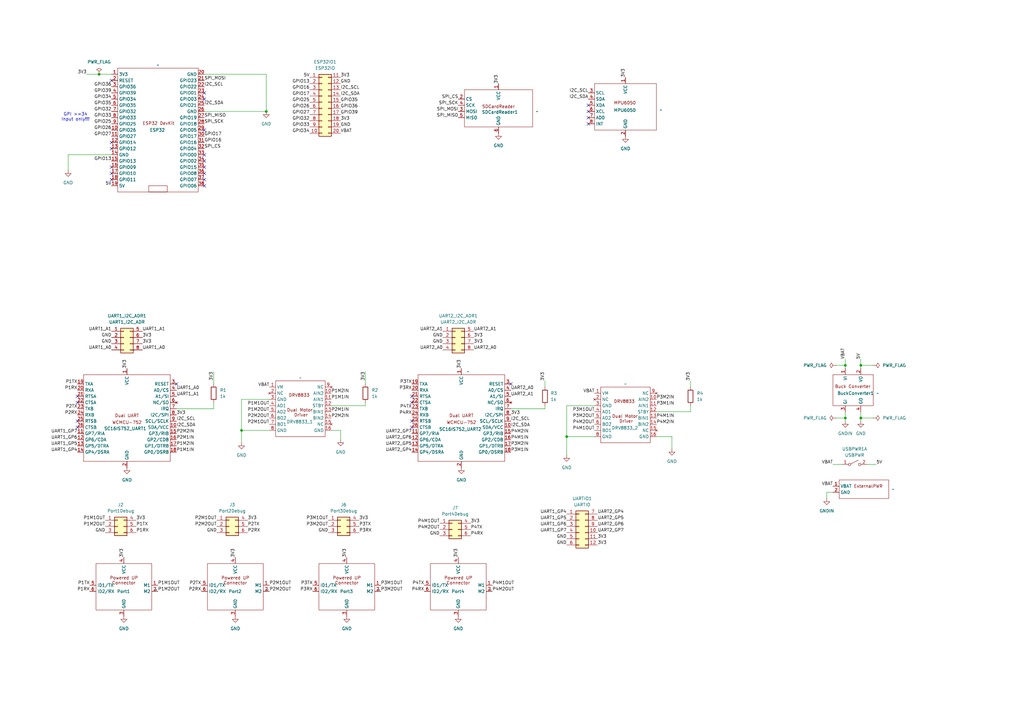
<source format=kicad_sch>
(kicad_sch (version 20250114) (generator "eeschema") (generator_version "9.0")
  (paper "A3")
  (title_block (title "ESP32 Lego") (rev "1.0") (company "Mirko Sertic"))
  (lib_symbols
    (symbol "Connector_Generic:Conn_02x03_Top_Bottom" (pin_names (offset 1.016) (hide yes))
      (property "Reference" "J" (at 1.27 5.08 0))
      (property "Value" "Conn_02x03_Top_Bottom" (at 1.27 -5.08 0))
      (symbol "Conn_02x03_Top_Bottom_1_1"
        (rectangle (start -1.27 3.81) (end 3.81 -3.81) (stroke (width 0.254)) (fill (type background)))
        (rectangle (start -1.27 2.667) (end 0 2.413) (stroke (width 0.1524)))
        (rectangle (start -1.27 0.127) (end 0 -0.127) (stroke (width 0.1524)))
        (rectangle (start -1.27 -2.413) (end 0 -2.667) (stroke (width 0.1524)))
        (rectangle (start 3.81 2.667) (end 2.54 2.413) (stroke (width 0.1524)))
        (rectangle (start 3.81 0.127) (end 2.54 -0.127) (stroke (width 0.1524)))
        (rectangle (start 3.81 -2.413) (end 2.54 -2.667) (stroke (width 0.1524)))
        (pin passive line (at -5.08 2.54 0) (length 3.81) (name "Pin_1") (number "1"))
        (pin passive line (at -5.08 0 0) (length 3.81) (name "Pin_2") (number "2"))
        (pin passive line (at -5.08 -2.54 0) (length 3.81) (name "Pin_3") (number "3"))
        (pin passive line (at 7.62 2.54 180) (length 3.81) (name "Pin_4") (number "4"))
        (pin passive line (at 7.62 0 180) (length 3.81) (name "Pin_5") (number "5"))
        (pin passive line (at 7.62 -2.54 180) (length 3.81) (name "Pin_6") (number "6"))
      )
    )
    (symbol "Connector_Generic:Conn_02x04_Top_Bottom" (pin_names (offset 1.016) (hide yes))
      (property "Reference" "J" (at 1.27 5.08 0))
      (property "Value" "Conn_02x04_Top_Bottom" (at 1.27 -7.62 0))
      (symbol "Conn_02x04_Top_Bottom_1_1"
        (rectangle (start -1.27 3.81) (end 3.81 -6.35) (stroke (width 0.254)) (fill (type background)))
        (rectangle (start -1.27 2.667) (end 0 2.413) (stroke (width 0.1524)))
        (rectangle (start -1.27 0.127) (end 0 -0.127) (stroke (width 0.1524)))
        (rectangle (start -1.27 -2.413) (end 0 -2.667) (stroke (width 0.1524)))
        (rectangle (start -1.27 -4.953) (end 0 -5.207) (stroke (width 0.1524)))
        (rectangle (start 3.81 2.667) (end 2.54 2.413) (stroke (width 0.1524)))
        (rectangle (start 3.81 0.127) (end 2.54 -0.127) (stroke (width 0.1524)))
        (rectangle (start 3.81 -2.413) (end 2.54 -2.667) (stroke (width 0.1524)))
        (rectangle (start 3.81 -4.953) (end 2.54 -5.207) (stroke (width 0.1524)))
        (pin passive line (at -5.08 2.54 0) (length 3.81) (name "Pin_1") (number "1"))
        (pin passive line (at -5.08 0 0) (length 3.81) (name "Pin_2") (number "2"))
        (pin passive line (at -5.08 -2.54 0) (length 3.81) (name "Pin_3") (number "3"))
        (pin passive line (at -5.08 -5.08 0) (length 3.81) (name "Pin_4") (number "4"))
        (pin passive line (at 7.62 2.54 180) (length 3.81) (name "Pin_5") (number "5"))
        (pin passive line (at 7.62 0 180) (length 3.81) (name "Pin_6") (number "6"))
        (pin passive line (at 7.62 -2.54 180) (length 3.81) (name "Pin_7") (number "7"))
        (pin passive line (at 7.62 -5.08 180) (length 3.81) (name "Pin_8") (number "8"))
      )
    )
    (symbol "Connector_Generic:Conn_02x06_Top_Bottom" (pin_names (offset 1.016) (hide yes))
      (property "Reference" "J" (at 1.27 7.62 0))
      (property "Value" "Conn_02x06_Top_Bottom" (at 1.27 -10.16 0))
      (symbol "Conn_02x06_Top_Bottom_1_1"
        (rectangle (start -1.27 6.35) (end 3.81 -8.89) (stroke (width 0.254)) (fill (type background)))
        (rectangle (start -1.27 5.207) (end 0 4.953) (stroke (width 0.1524)))
        (rectangle (start -1.27 2.667) (end 0 2.413) (stroke (width 0.1524)))
        (rectangle (start -1.27 0.127) (end 0 -0.127) (stroke (width 0.1524)))
        (rectangle (start -1.27 -2.413) (end 0 -2.667) (stroke (width 0.1524)))
        (rectangle (start -1.27 -4.953) (end 0 -5.207) (stroke (width 0.1524)))
        (rectangle (start -1.27 -7.493) (end 0 -7.747) (stroke (width 0.1524)))
        (rectangle (start 3.81 5.207) (end 2.54 4.953) (stroke (width 0.1524)))
        (rectangle (start 3.81 2.667) (end 2.54 2.413) (stroke (width 0.1524)))
        (rectangle (start 3.81 0.127) (end 2.54 -0.127) (stroke (width 0.1524)))
        (rectangle (start 3.81 -2.413) (end 2.54 -2.667) (stroke (width 0.1524)))
        (rectangle (start 3.81 -4.953) (end 2.54 -5.207) (stroke (width 0.1524)))
        (rectangle (start 3.81 -7.493) (end 2.54 -7.747) (stroke (width 0.1524)))
        (pin passive line (at -5.08 5.08 0) (length 3.81) (name "Pin_1") (number "1"))
        (pin passive line (at -5.08 2.54 0) (length 3.81) (name "Pin_2") (number "2"))
        (pin passive line (at -5.08 0 0) (length 3.81) (name "Pin_3") (number "3"))
        (pin passive line (at -5.08 -2.54 0) (length 3.81) (name "Pin_4") (number "4"))
        (pin passive line (at -5.08 -5.08 0) (length 3.81) (name "Pin_5") (number "5"))
        (pin passive line (at -5.08 -7.62 0) (length 3.81) (name "Pin_6") (number "6"))
        (pin passive line (at 7.62 5.08 180) (length 3.81) (name "Pin_7") (number "7"))
        (pin passive line (at 7.62 2.54 180) (length 3.81) (name "Pin_8") (number "8"))
        (pin passive line (at 7.62 0 180) (length 3.81) (name "Pin_9") (number "9"))
        (pin passive line (at 7.62 -2.54 180) (length 3.81) (name "Pin_10") (number "10"))
        (pin passive line (at 7.62 -5.08 180) (length 3.81) (name "Pin_11") (number "11"))
        (pin passive line (at 7.62 -7.62 180) (length 3.81) (name "Pin_12") (number "12"))
      )
    )
    (symbol "Connector_Generic:Conn_02x10_Top_Bottom" (pin_names (offset 1.016) (hide yes))
      (property "Reference" "J" (at 1.27 12.7 0))
      (property "Value" "Conn_02x10_Top_Bottom" (at 1.27 -15.24 0))
      (symbol "Conn_02x10_Top_Bottom_1_1"
        (rectangle (start -1.27 11.43) (end 3.81 -13.97) (stroke (width 0.254)) (fill (type background)))
        (rectangle (start -1.27 10.287) (end 0 10.033) (stroke (width 0.1524)))
        (rectangle (start -1.27 7.747) (end 0 7.493) (stroke (width 0.1524)))
        (rectangle (start -1.27 5.207) (end 0 4.953) (stroke (width 0.1524)))
        (rectangle (start -1.27 2.667) (end 0 2.413) (stroke (width 0.1524)))
        (rectangle (start -1.27 0.127) (end 0 -0.127) (stroke (width 0.1524)))
        (rectangle (start -1.27 -2.413) (end 0 -2.667) (stroke (width 0.1524)))
        (rectangle (start -1.27 -4.953) (end 0 -5.207) (stroke (width 0.1524)))
        (rectangle (start -1.27 -7.493) (end 0 -7.747) (stroke (width 0.1524)))
        (rectangle (start -1.27 -10.033) (end 0 -10.287) (stroke (width 0.1524)))
        (rectangle (start -1.27 -12.573) (end 0 -12.827) (stroke (width 0.1524)))
        (rectangle (start 3.81 10.287) (end 2.54 10.033) (stroke (width 0.1524)))
        (rectangle (start 3.81 7.747) (end 2.54 7.493) (stroke (width 0.1524)))
        (rectangle (start 3.81 5.207) (end 2.54 4.953) (stroke (width 0.1524)))
        (rectangle (start 3.81 2.667) (end 2.54 2.413) (stroke (width 0.1524)))
        (rectangle (start 3.81 0.127) (end 2.54 -0.127) (stroke (width 0.1524)))
        (rectangle (start 3.81 -2.413) (end 2.54 -2.667) (stroke (width 0.1524)))
        (rectangle (start 3.81 -4.953) (end 2.54 -5.207) (stroke (width 0.1524)))
        (rectangle (start 3.81 -7.493) (end 2.54 -7.747) (stroke (width 0.1524)))
        (rectangle (start 3.81 -10.033) (end 2.54 -10.287) (stroke (width 0.1524)))
        (rectangle (start 3.81 -12.573) (end 2.54 -12.827) (stroke (width 0.1524)))
        (pin passive line (at -5.08 10.16 0) (length 3.81) (name "Pin_1") (number "1"))
        (pin passive line (at -5.08 7.62 0) (length 3.81) (name "Pin_2") (number "2"))
        (pin passive line (at -5.08 5.08 0) (length 3.81) (name "Pin_3") (number "3"))
        (pin passive line (at -5.08 2.54 0) (length 3.81) (name "Pin_4") (number "4"))
        (pin passive line (at -5.08 0 0) (length 3.81) (name "Pin_5") (number "5"))
        (pin passive line (at -5.08 -2.54 0) (length 3.81) (name "Pin_6") (number "6"))
        (pin passive line (at -5.08 -5.08 0) (length 3.81) (name "Pin_7") (number "7"))
        (pin passive line (at -5.08 -7.62 0) (length 3.81) (name "Pin_8") (number "8"))
        (pin passive line (at -5.08 -10.16 0) (length 3.81) (name "Pin_9") (number "9"))
        (pin passive line (at -5.08 -12.7 0) (length 3.81) (name "Pin_10") (number "10"))
        (pin passive line (at 7.62 10.16 180) (length 3.81) (name "Pin_11") (number "11"))
        (pin passive line (at 7.62 7.62 180) (length 3.81) (name "Pin_12") (number "12"))
        (pin passive line (at 7.62 5.08 180) (length 3.81) (name "Pin_13") (number "13"))
        (pin passive line (at 7.62 2.54 180) (length 3.81) (name "Pin_14") (number "14"))
        (pin passive line (at 7.62 0 180) (length 3.81) (name "Pin_15") (number "15"))
        (pin passive line (at 7.62 -2.54 180) (length 3.81) (name "Pin_16") (number "16"))
        (pin passive line (at 7.62 -5.08 180) (length 3.81) (name "Pin_17") (number "17"))
        (pin passive line (at 7.62 -7.62 180) (length 3.81) (name "Pin_18") (number "18"))
        (pin passive line (at 7.62 -10.16 180) (length 3.81) (name "Pin_19") (number "19"))
        (pin passive line (at 7.62 -12.7 180) (length 3.81) (name "Pin_20") (number "20"))
      )
    )
    (symbol "DRV8833_1"
      (property "Reference" "U" (at 0 2.794 0))
      (symbol "DRV8833_1_0_1"
        (rectangle (start 10.16 11.43) (end -10.16 -11.43))
      )
      (symbol "DRV8833_1_1_1"
        (text "DRV8833\n" (at -0.508 5.588 0) (effects (font (size 1.27 1.27))))
        (text "Dual Motor \nDriver" (at 0.254 -1.524 0) (effects (font (size 1.27 1.27))))
        (pin power_in line (at -12.7 8.89 0) (length 2.54) (name "VM") (number "1"))
        (pin no_connect line (at -12.7 6.35 0) (length 2.54) (name "NC") (number "2"))
        (pin power_in line (at -12.7 3.81 0) (length 2.54) (name "GND") (number "3"))
        (pin output line (at -12.7 1.27 0) (length 2.54) (name "AO1") (number "4"))
        (pin output line (at -12.7 -1.27 0) (length 2.54) (name "AO2") (number "5"))
        (pin output line (at -12.7 -3.81 0) (length 2.54) (name "BO2") (number "6"))
        (pin output line (at -12.7 -6.35 0) (length 2.54) (name "BO1") (number "7"))
        (pin power_in line (at -12.7 -8.89 0) (length 2.54) (name "GND") (number "8"))
        (pin no_connect line (at 12.7 8.89 180) (length 2.54) (name "NC") (number "9"))
        (pin input line (at 12.7 6.35 180) (length 2.54) (name "AIN2") (number "10"))
        (pin input line (at 12.7 3.81 180) (length 2.54) (name "AIN1") (number "11"))
        (pin input line (at 12.7 1.27 180) (length 2.54) (name "STBY") (number "12"))
        (pin input line (at 12.7 -1.27 180) (length 2.54) (name "BIN1") (number "13"))
        (pin input line (at 12.7 -3.81 180) (length 2.54) (name "BIN2") (number "14"))
        (pin no_connect line (at 12.7 -6.35 180) (length 2.54) (name "NC") (number "15"))
        (pin power_in line (at 12.7 -8.89 180) (length 2.54) (name "GND") (number "16"))
      )
    )
    (symbol "Device:R" (pin_numbers (hide yes)) (pin_names (offset 0))
      (property "Reference" "R" (at 2.032 0 90))
      (property "Value" "R" (at 0 0 90))
      (symbol "R_0_1"
        (rectangle (start -1.016 -2.54) (end 1.016 2.54) (stroke (width 0.254)))
      )
      (symbol "R_1_1"
        (pin passive line (at 0 3.81 270) (length 1.27) (name "~") (number "1"))
        (pin passive line (at 0 -3.81 90) (length 1.27) (name "~") (number "2"))
      )
    )
    (symbol "Switch:SW_DPST_x2" (pin_names (offset 0) (hide yes))
      (property "Reference" "SW" (at 0 3.175 0))
      (property "Value" "SW_DPST_x2" (at 0 -2.54 0))
      (symbol "SW_DPST_x2_0_0"
        (circle (center -2.032 0) (radius 0.508))
        (polyline (pts (xy -1.524 0.254) (xy 1.524 1.778)))
        (circle (center 2.032 0) (radius 0.508))
      )
      (symbol "SW_DPST_x2_1_1"
        (pin passive line (at -5.08 0 0) (length 2.54) (name "A") (number "1"))
        (pin passive line (at 5.08 0 180) (length 2.54) (name "B") (number "2"))
      )
      (symbol "SW_DPST_x2_2_1"
        (pin passive line (at -5.08 0 0) (length 2.54) (name "A") (number "3"))
        (pin passive line (at 5.08 0 180) (length 2.54) (name "B") (number "4"))
      )
    )
    (symbol "custom_parts:BuckConverter"
      (property "Reference" "U" (at 0.254 -0.254 0))
      (symbol "BuckConverter_0_1"
        (rectangle (start -7.62 7.62) (end 8.89 -5.08))
      )
      (symbol "BuckConverter_1_1"
        (text "Buck Converter\n" (at 0.508 2.794 0) (effects (font (size 1.27 1.27))))
        (pin power_in line (at -2.54 10.16 270) (length 2.54) (name "VI") (number "1"))
        (pin power_in line (at -2.54 -7.62 90) (length 2.54) (name "GI") (number "3"))
        (pin power_in line (at 3.81 10.16 270) (length 2.54) (name "VO") (number "2"))
        (pin power_in line (at 3.81 -7.62 90) (length 2.54) (name "GO") (number "4"))
      )
    )
    (symbol "custom_parts:DRV8833"
      (property "Reference" "U" (at 0 2.794 0))
      (symbol "DRV8833_0_1"
        (rectangle (start 10.16 11.43) (end -10.16 -11.43))
      )
      (symbol "DRV8833_1_1"
        (text "DRV8833\n" (at -0.508 5.588 0) (effects (font (size 1.27 1.27))))
        (text "Dual Motor \nDriver" (at 0.254 -1.524 0) (effects (font (size 1.27 1.27))))
        (pin power_in line (at -12.7 8.89 0) (length 2.54) (name "VM") (number "1"))
        (pin no_connect line (at -12.7 6.35 0) (length 2.54) (name "NC") (number "2"))
        (pin power_in line (at -12.7 3.81 0) (length 2.54) (name "GND") (number "3"))
        (pin output line (at -12.7 1.27 0) (length 2.54) (name "AO1") (number "4"))
        (pin output line (at -12.7 -1.27 0) (length 2.54) (name "AO2") (number "5"))
        (pin output line (at -12.7 -3.81 0) (length 2.54) (name "BO2") (number "6"))
        (pin output line (at -12.7 -6.35 0) (length 2.54) (name "BO1") (number "7"))
        (pin power_in line (at -12.7 -8.89 0) (length 2.54) (name "GND") (number "8"))
        (pin no_connect line (at 12.7 8.89 180) (length 2.54) (name "NC") (number "9"))
        (pin input line (at 12.7 6.35 180) (length 2.54) (name "AIN2") (number "10"))
        (pin input line (at 12.7 3.81 180) (length 2.54) (name "AIN1") (number "11"))
        (pin input line (at 12.7 1.27 180) (length 2.54) (name "STBY") (number "12"))
        (pin input line (at 12.7 -1.27 180) (length 2.54) (name "BIN1") (number "13"))
        (pin input line (at 12.7 -3.81 180) (length 2.54) (name "BIN2") (number "14"))
        (pin no_connect line (at 12.7 -6.35 180) (length 2.54) (name "NC") (number "15"))
        (pin power_in line (at 12.7 -8.89 180) (length 2.54) (name "GND") (number "16"))
      )
    )
    (symbol "custom_parts:ESP32_DevKitC"
      (property "Reference" "U" (at 0 0 0))
      (symbol "ESP32_DevKitC_0_1"
        (rectangle (start -16.51 27.94) (end 16.51 -22.86))
        (rectangle (start -3.81 -20.32) (end 3.81 -22.86))
      )
      (symbol "ESP32_DevKitC_1_1"
        (text "ESP32 DevKit" (at 0.254 5.334 0) (effects (font (size 1.27 1.27))))
        (pin power_in line (at -19.05 25.4 0) (length 2.54) (name "3V3") (number "1"))
        (pin input line (at -19.05 22.86 0) (length 2.54) (name "RESET") (number "2"))
        (pin input line (at -19.05 20.32 0) (length 2.54) (name "GPIO36") (number "3"))
        (pin input line (at -19.05 17.78 0) (length 2.54) (name "GPIO39") (number "4"))
        (pin input line (at -19.05 15.24 0) (length 2.54) (name "GPIO34") (number "5"))
        (pin input line (at -19.05 12.7 0) (length 2.54) (name "GPIO35") (number "6"))
        (pin bidirectional line (at -19.05 10.16 0) (length 2.54) (name "GPIO32") (number "7"))
        (pin bidirectional line (at -19.05 7.62 0) (length 2.54) (name "GPIO33") (number "8"))
        (pin bidirectional line (at -19.05 5.08 0) (length 2.54) (name "GPIO25") (number "9"))
        (pin bidirectional line (at -19.05 2.54 0) (length 2.54) (name "GPIO26") (number "10"))
        (pin bidirectional line (at -19.05 0 0) (length 2.54) (name "GPIO27") (number "11"))
        (pin bidirectional line (at -19.05 -2.54 0) (length 2.54) (name "GPIO14") (number "12"))
        (pin bidirectional line (at -19.05 -5.08 0) (length 2.54) (name "GPIO12") (number "13"))
        (pin power_in line (at -19.05 -7.62 0) (length 2.54) (name "GND") (number "14"))
        (pin bidirectional line (at -19.05 -10.16 0) (length 2.54) (name "GPIO13") (number "15"))
        (pin bidirectional line (at -19.05 -12.7 0) (length 2.54) (name "GPIO09") (number "16"))
        (pin bidirectional line (at -19.05 -15.24 0) (length 2.54) (name "GPIO10") (number "17"))
        (pin bidirectional line (at -19.05 -17.78 0) (length 2.54) (name "GPIO11") (number "18"))
        (pin power_in line (at -19.05 -20.32 0) (length 2.54) (name "5V") (number "19"))
        (pin power_in line (at 19.05 25.4 180) (length 2.54) (name "GND") (number "20"))
        (pin bidirectional line (at 19.05 22.86 180) (length 2.54) (name "GPIO23") (number "21"))
        (pin bidirectional line (at 19.05 20.32 180) (length 2.54) (name "GPIO22") (number "22"))
        (pin bidirectional line (at 19.05 17.78 180) (length 2.54) (name "GPIO01") (number "23"))
        (pin bidirectional line (at 19.05 15.24 180) (length 2.54) (name "GPIO03") (number "24"))
        (pin bidirectional line (at 19.05 12.7 180) (length 2.54) (name "GPIO21") (number "25"))
        (pin power_in line (at 19.05 10.16 180) (length 2.54) (name "GND") (number "26"))
        (pin bidirectional line (at 19.05 7.62 180) (length 2.54) (name "GPIO19") (number "27"))
        (pin bidirectional line (at 19.05 5.08 180) (length 2.54) (name "GPIO18") (number "28"))
        (pin bidirectional line (at 19.05 2.54 180) (length 2.54) (name "GPIO05") (number "29"))
        (pin bidirectional line (at 19.05 0 180) (length 2.54) (name "GPIO17") (number "30"))
        (pin bidirectional line (at 19.05 -2.54 180) (length 2.54) (name "GPIO16") (number "31"))
        (pin bidirectional line (at 19.05 -5.08 180) (length 2.54) (name "GPIO04") (number "32"))
        (pin bidirectional line (at 19.05 -7.62 180) (length 2.54) (name "GPIO00") (number "33"))
        (pin bidirectional line (at 19.05 -10.16 180) (length 2.54) (name "GPIO02") (number "34"))
        (pin bidirectional line (at 19.05 -12.7 180) (length 2.54) (name "GPIO15") (number "35"))
        (pin bidirectional line (at 19.05 -15.24 180) (length 2.54) (name "GPIO08") (number "36"))
        (pin bidirectional line (at 19.05 -17.78 180) (length 2.54) (name "GPIO07") (number "37"))
        (pin bidirectional line (at 19.05 -20.32 180) (length 2.54) (name "GPIO06") (number "38"))
      )
    )
    (symbol "custom_parts:EXTPWR"
      (symbol "EXTPWR_0_1"
        (rectangle (start -10.16 11.43) (end 10.16 3.81))
      )
      (symbol "EXTPWR_1_1"
        (text "ExternalPWR\n" (at 1.778 8.89 0) (effects (font (size 1.27 1.27))))
        (pin power_out line (at -12.7 8.89 0) (length 2.54) (name "VBAT") (number "1"))
        (pin power_out line (at -12.7 6.35 0) (length 2.54) (name "GND") (number "2"))
      )
    )
    (symbol "custom_parts:LegoPoweredUp"
      (property "Reference" "U" (at 0 -1.27 0))
      (symbol "LegoPoweredUp_0_1"
        (rectangle (start -11.43 10.16) (end 11.43 -8.89))
      )
      (symbol "LegoPoweredUp_1_1"
        (text "Powered UP\nConnector\n" (at 0 3.302 0) (effects (font (size 1.27 1.27))))
        (pin input line (at -13.97 1.27 0) (length 2.54) (name "ID1/TX") (number "5"))
        (pin output line (at -13.97 -1.27 0) (length 2.54) (name "ID2/RX") (number "6"))
        (pin power_in line (at 0 12.7 270) (length 2.54) (name "VCC") (number "4"))
        (pin power_in line (at 0 -11.43 90) (length 2.54) (name "GND") (number "3"))
        (pin input line (at 13.97 1.27 180) (length 2.54) (name "M1") (number "1"))
        (pin input line (at 13.97 -1.27 180) (length 2.54) (name "M2") (number "2"))
      )
    )
    (symbol "custom_parts:MPU6050"
      (property "Reference" "U" (at 0 0.762 0))
      (symbol "MPU6050_0_1"
        (rectangle (start -12.7 12.7) (end 12.7 -6.35))
      )
      (symbol "MPU6050_1_1"
        (text "MPU6050\n\n" (at -0.254 3.81 0) (effects (font (size 1.27 1.27))))
        (pin bidirectional line (at -15.24 8.89 0) (length 2.54) (name "SCL") (number "3"))
        (pin bidirectional line (at -15.24 6.35 0) (length 2.54) (name "SDA") (number "4"))
        (pin bidirectional line (at -15.24 3.81 0) (length 2.54) (name "XDA") (number "5"))
        (pin bidirectional line (at -15.24 1.27 0) (length 2.54) (name "XCL") (number "6"))
        (pin bidirectional line (at -15.24 -1.27 0) (length 2.54) (name "AD0") (number "7"))
        (pin bidirectional line (at -15.24 -3.81 0) (length 2.54) (name "INT") (number "8"))
        (pin power_in line (at 0 15.24 270) (length 2.54) (name "VCC") (number "1"))
        (pin power_in line (at 0 -8.89 90) (length 2.54) (name "GND") (number "2"))
      )
    )
    (symbol "custom_parts:SC16IS752"
      (property "Reference" "SC16IS752" (at -0.254 9.398 0))
      (symbol "SC16IS752_0_1"
        (rectangle (start -17.78 20.32) (end 17.78 -15.24))
      )
      (symbol "SC16IS752_1_1"
        (text "Dual UART" (at 0 3.556 0) (effects (font (size 1.27 1.27))))
        (text "WCMCU-752" (at 0 0.762 0) (effects (font (size 1.27 1.27))))
        (pin output line (at -20.32 16.51 0) (length 2.54) (name "TXA") (number "19"))
        (pin input line (at -20.32 13.97 0) (length 2.54) (name "RXA") (number "20"))
        (pin output line (at -20.32 11.43 0) (length 2.54) (name "RTSA") (number "21"))
        (pin input line (at -20.32 8.89 0) (length 2.54) (name "CTSA") (number "22"))
        (pin output line (at -20.32 6.35 0) (length 2.54) (name "TXB") (number "23"))
        (pin input line (at -20.32 3.81 0) (length 2.54) (name "RXB") (number "24"))
        (pin output line (at -20.32 1.27 0) (length 2.54) (name "RTSB") (number "25"))
        (pin input line (at -20.32 -1.27 0) (length 2.54) (name "CTSB") (number "26"))
        (pin bidirectional line (at -20.32 -3.81 0) (length 2.54) (name "GP7/RIA") (number "11"))
        (pin bidirectional line (at -20.32 -6.35 0) (length 2.54) (name "GP6/CDA") (number "12"))
        (pin bidirectional line (at -20.32 -8.89 0) (length 2.54) (name "GP5/DTRA") (number "13"))
        (pin bidirectional line (at -20.32 -11.43 0) (length 2.54) (name "GP4/DSRA") (number "14"))
        (pin power_in line (at 0 22.86 270) (length 2.54) (name "VCC") (number "1"))
        (pin power_in line (at 0 -17.78 90) (length 2.54) (name "GND") (number "2"))
        (pin input line (at 20.32 16.51 180) (length 2.54) (name "RESET") (number "3"))
        (pin input line (at 20.32 13.97 180) (length 2.54) (name "A0/CS") (number "4"))
        (pin input line (at 20.32 11.43 180) (length 2.54) (name "A1/SI") (number "5"))
        (pin no_connect line (at 20.32 8.89 180) (length 2.54) (name "NC/SO") (number "6"))
        (pin output line (at 20.32 6.35 180) (length 2.54) (name "IRQ") (number "7"))
        (pin input line (at 20.32 3.81 180) (length 2.54) (name "I2C/SPI") (number "8"))
        (pin input line (at 20.32 1.27 180) (length 2.54) (name "SCL/SCLK") (number "9"))
        (pin bidirectional line (at 20.32 -1.27 180) (length 2.54) (name "SDA/VCC") (number "10"))
        (pin bidirectional line (at 20.32 -3.81 180) (length 2.54) (name "GP3/RIB") (number "15"))
        (pin bidirectional line (at 20.32 -6.35 180) (length 2.54) (name "GP2/CDB") (number "16"))
        (pin bidirectional line (at 20.32 -8.89 180) (length 2.54) (name "GP1/DTRB") (number "17"))
        (pin bidirectional line (at 20.32 -11.43 180) (length 2.54) (name "GP0/DSRB") (number "18"))
      )
    )
    (symbol "custom_parts:SDCardReader"
      (property "Reference" "U" (at -0.254 -1.524 0))
      (symbol "SDCardReader_0_1"
        (rectangle (start -13.97 7.62) (end 13.97 -7.62))
      )
      (symbol "SDCardReader_1_1"
        (text "SDCardReader" (at 0 0.762 0) (effects (font (size 1.27 1.27))))
        (pin bidirectional line (at -16.51 3.81 0) (length 2.54) (name "CS") (number "2"))
        (pin bidirectional line (at -16.51 1.27 0) (length 2.54) (name "SCK") (number "4"))
        (pin bidirectional line (at -16.51 -1.27 0) (length 2.54) (name "MOSI") (number "3"))
        (pin bidirectional line (at -16.51 -3.81 0) (length 2.54) (name "MISO") (number "5"))
        (pin power_in line (at 0 10.16 270) (length 2.54) (name "VCC") (number "1"))
        (pin power_in line (at 0 -10.16 90) (length 2.54) (name "GND") (number "6"))
      )
    )
    (symbol "power:GND" (power) (pin_numbers (hide yes)) (pin_names (offset 0) (hide yes))
      (property "Value" "GND" (at 0 -3.81 0))
      (symbol "GND_0_1"
        (polyline (pts (xy 0 0) (xy 0 -1.27) (xy 1.27 -1.27) (xy 0 -2.54) (xy -1.27 -1.27) (xy 0 -1.27)))
      )
      (symbol "GND_1_1"
        (pin power_in line (at 0 0 270) (length 0) (name "~") (number "1"))
      )
    )
    (symbol "power:PWR_FLAG" (power) (pin_numbers (hide yes)) (pin_names (offset 0) (hide yes))
      (property "Value" "PWR_FLAG" (at 0 3.81 0))
      (symbol "PWR_FLAG_0_0"
        (pin power_out line (at 0 0 90) (length 0) (name "~") (number "1"))
      )
      (symbol "PWR_FLAG_0_1"
        (polyline (pts (xy 0 0) (xy 0 1.27) (xy -1.016 1.905) (xy 0 2.54) (xy 1.016 1.905) (xy 0 1.27)))
      )
    )
  )
  (text "GPI >=34\nInput only!!!" (at 30.988 48.006 0) (effects (font (size 1.27 1.27))))
  (junction (at 99.06 176.53))
  (junction (at 232.41 179.07))
  (junction (at 353.06 149.86))
  (junction (at 346.71 171.45))
  (junction (at 109.22 45.72))
  (junction (at 346.71 149.86))
  (junction (at 353.06 171.45))
  (junction (at 40.64 30.48))
  (no_connect (at 45.72 33.02))
  (no_connect (at 83.82 38.1))
  (no_connect (at 45.72 68.58))
  (no_connect (at 241.3 45.72))
  (no_connect (at 31.75 165.1))
  (no_connect (at 241.3 43.18))
  (no_connect (at 168.91 162.56))
  (no_connect (at 45.72 60.96))
  (no_connect (at 31.75 175.26))
  (no_connect (at 83.82 76.2))
  (no_connect (at 241.3 50.8))
  (no_connect (at 83.82 73.66))
  (no_connect (at 31.75 172.72))
  (no_connect (at 241.3 48.26))
  (no_connect (at 209.55 157.48))
  (no_connect (at 83.82 71.12))
  (no_connect (at 83.82 68.58))
  (no_connect (at 83.82 63.5))
  (no_connect (at 168.91 175.26))
  (no_connect (at 31.75 162.56))
  (no_connect (at 168.91 165.1))
  (no_connect (at 45.72 58.42))
  (no_connect (at 45.72 71.12))
  (no_connect (at 83.82 53.34))
  (no_connect (at 83.82 66.04))
  (no_connect (at 83.82 40.64))
  (no_connect (at 45.72 73.66))
  (no_connect (at 168.91 172.72))
  (no_connect (at 72.39 157.48))
  (wire (pts (xy 353.06 149.86) (xy 353.06 151.13)))
  (wire (pts (xy 243.84 166.37) (xy 232.41 166.37)))
  (wire (pts (xy 149.86 152.4) (xy 149.86 157.48)))
  (wire (pts (xy 358.14 149.86) (xy 353.06 149.86)))
  (wire (pts (xy 232.41 179.07) (xy 243.84 179.07)))
  (wire (pts (xy 223.52 156.21) (xy 223.52 158.75)))
  (wire (pts (xy 83.82 45.72) (xy 109.22 45.72)))
  (wire (pts (xy 339.09 204.47) (xy 339.09 201.93)))
  (wire (pts (xy 135.89 166.37) (xy 149.86 166.37)))
  (wire (pts (xy 223.52 167.64) (xy 209.55 167.64)))
  (wire (pts (xy 346.71 172.72) (xy 346.71 171.45)))
  (wire (pts (xy 232.41 166.37) (xy 232.41 179.07)))
  (wire (pts (xy 135.89 176.53) (xy 139.7 176.53)))
  (wire (pts (xy 223.52 166.37) (xy 223.52 167.64)))
  (wire (pts (xy 346.71 171.45) (xy 346.71 168.91)))
  (wire (pts (xy 353.06 168.91) (xy 353.06 171.45)))
  (wire (pts (xy 87.63 167.64) (xy 87.63 165.1)))
  (wire (pts (xy 40.64 30.48) (xy 45.72 30.48)))
  (wire (pts (xy 353.06 171.45) (xy 353.06 172.72)))
  (wire (pts (xy 27.94 63.5) (xy 27.94 69.85)))
  (wire (pts (xy 283.21 168.91) (xy 283.21 166.37)))
  (wire (pts (xy 275.59 179.07) (xy 275.59 184.15)))
  (wire (pts (xy 346.71 149.86) (xy 346.71 151.13)))
  (wire (pts (xy 72.39 167.64) (xy 87.63 167.64)))
  (wire (pts (xy 353.06 147.32) (xy 353.06 149.86)))
  (wire (pts (xy 149.86 166.37) (xy 149.86 165.1)))
  (wire (pts (xy 99.06 163.83) (xy 99.06 176.53)))
  (wire (pts (xy 99.06 176.53) (xy 99.06 181.61)))
  (wire (pts (xy 109.22 30.48) (xy 109.22 45.72)))
  (wire (pts (xy 346.71 147.32) (xy 346.71 149.86)))
  (wire (pts (xy 342.9 171.45) (xy 346.71 171.45)))
  (wire (pts (xy 359.41 190.5) (xy 355.6 190.5)))
  (wire (pts (xy 358.14 171.45) (xy 353.06 171.45)))
  (wire (pts (xy 35.56 30.48) (xy 40.64 30.48)))
  (wire (pts (xy 45.72 63.5) (xy 27.94 63.5)))
  (wire (pts (xy 342.9 149.86) (xy 346.71 149.86)))
  (wire (pts (xy 341.63 190.5) (xy 345.44 190.5)))
  (wire (pts (xy 339.09 201.93) (xy 341.63 201.93)))
  (wire (pts (xy 269.24 168.91) (xy 283.21 168.91)))
  (wire (pts (xy 110.49 163.83) (xy 99.06 163.83)))
  (wire (pts (xy 139.7 176.53) (xy 139.7 180.34)))
  (wire (pts (xy 269.24 179.07) (xy 275.59 179.07)))
  (wire (pts (xy 87.63 157.48) (xy 87.63 152.4)))
  (wire (pts (xy 283.21 156.21) (xy 283.21 158.75)))
  (wire (pts (xy 99.06 176.53) (xy 110.49 176.53)))
  (wire (pts (xy 83.82 30.48) (xy 109.22 30.48)))
  (wire (pts (xy 232.41 179.07) (xy 232.41 186.69)))
  (label "UART1_A1" (at 45.72 135.89 180))
  (label "P4RX" (at 173.99 242.57 180))
  (label "I2C_SCL" (at 72.39 172.72 0))
  (label "SPI_SCK" (at 83.82 50.8 0))
  (label "UART1_GP5" (at 31.75 182.88 180))
  (label "3V3" (at 193.04 214.63 0))
  (label "GPIO33" (at 45.72 48.26 180))
  (label "P1M1OUT" (at 43.18 213.36 180))
  (label "GPIO17" (at 127 39.37 180))
  (label "P1M1OUT" (at 110.49 166.37 180))
  (label "3V3" (at 223.52 156.21 90))
  (label "I2C_SDA" (at 209.55 175.26 0))
  (label "UART2_GP7" (at 245.11 218.44 0))
  (label "I2C_SCL" (at 241.3 38.1 180))
  (label "UART2_A0" (at 194.31 143.51 0))
  (label "3V3" (at 149.86 152.4 270))
  (label "P4M1IN" (at 209.55 180.34 0))
  (label "P2M2OUT" (at 88.9 215.9 180))
  (label "P1M2OUT" (at 110.49 168.91 180))
  (label "P1M1IN" (at 72.39 185.42 0))
  (label "UART1_GP4" (at 31.75 185.42 180))
  (label "UART1_A0" (at 45.72 143.51 180))
  (label "UART2_GP7" (at 168.91 177.8 180))
  (label "P4M2OUT" (at 243.84 173.99 180))
  (label "SPI_MOSI" (at 187.96 45.72 180))
  (label "UART2_A0" (at 181.61 143.51 180))
  (label "UART2_A1" (at 209.55 162.56 0))
  (label "P2M1OUT" (at 88.9 213.36 180))
  (label "P2TX" (at 101.6 215.9 0))
  (label "P4M1IN" (at 269.24 171.45 0))
  (label "GPIO25" (at 45.72 50.8 180))
  (label "VBAT" (at 243.84 161.29 180))
  (label "5V" (at 127 31.75 180))
  (label "3V3" (at 245.11 223.52 0))
  (label "VBAT" (at 110.49 158.75 180))
  (label "3V3" (at 189.23 151.13 90))
  (label "GND" (at 181.61 140.97 180))
  (label "SPI_CS" (at 187.96 40.64 180))
  (label "P3M1OUT" (at 243.84 168.91 180))
  (label "P4RX" (at 168.91 170.18 180))
  (label "P4M1OUT" (at 201.93 240.03 0))
  (label "UART1_A1" (at 72.39 162.56 0))
  (label "GPIO32" (at 45.72 45.72 180))
  (label "P3TX" (at 128.27 240.03 180))
  (label "P4M1OUT" (at 180.34 214.63 180))
  (label "P3M1OUT" (at 156.21 240.03 0))
  (label "P3M2OUT" (at 243.84 171.45 180))
  (label "I2C_SDA" (at 139.7 39.37 0))
  (label "UART2_GP4" (at 245.11 210.82 0))
  (label "GPIO27" (at 45.72 55.88 180))
  (label "P2TX" (at 31.75 167.64 180))
  (label "UART2_A1" (at 181.61 135.89 180))
  (label "P4M2OUT" (at 201.93 242.57 0))
  (label "GPIO26" (at 127 44.45 180))
  (label "GND" (at 180.34 219.71 180))
  (label "P3M1IN" (at 269.24 166.37 0))
  (label "P2M1OUT" (at 110.49 240.03 0))
  (label "GPIO32" (at 127 49.53 180))
  (label "P3RX" (at 168.91 160.02 180))
  (label "P4M1OUT" (at 243.84 176.53 180))
  (label "UART2_GP6" (at 245.11 215.9 0))
  (label "UART2_A0" (at 209.55 160.02 0))
  (label "GND" (at 43.18 218.44 180))
  (label "3V3" (at 209.55 170.18 0))
  (label "GPIO16" (at 127 36.83 180))
  (label "GND" (at 139.7 52.07 0))
  (label "SPI_MISO" (at 187.96 48.26 180))
  (label "P1M2OUT" (at 43.18 215.9 180))
  (label "3V3" (at 87.63 152.4 270))
  (label "P2RX" (at 82.55 242.57 180))
  (label "P3M2OUT" (at 134.62 215.9 180))
  (label "I2C_SDA" (at 241.3 40.64 180))
  (label "GPIO13" (at 127 34.29 180))
  (label "UART2_GP5" (at 168.91 182.88 180))
  (label "P2M2OUT" (at 110.49 171.45 180))
  (label "3V3" (at 142.24 228.6 90))
  (label "UART1_GP6" (at 31.75 180.34 180))
  (label "GPIO27" (at 127 46.99 180))
  (label "UART2_GP4" (at 168.91 185.42 180))
  (label "I2C_SCL" (at 139.7 36.83 0))
  (label "5V" (at 353.06 147.32 90))
  (label "GPIO16" (at 83.82 58.42 0))
  (label "P3M2IN" (at 209.55 182.88 0))
  (label "I2C_SCL" (at 83.82 35.56 0))
  (label "3V3" (at 245.11 220.98 0))
  (label "P4M2IN" (at 269.24 173.99 0))
  (label "UART2_A1" (at 194.31 135.89 0))
  (label "3V3" (at 101.6 213.36 0))
  (label "GPIO17" (at 83.82 55.88 0))
  (label "3V3" (at 147.32 213.36 0))
  (label "GPIO34" (at 45.72 40.64 180))
  (label "GND" (at 45.72 138.43 180))
  (label "3V3" (at 35.56 30.48 180))
  (label "UART1_A0" (at 58.42 143.51 0))
  (label "P1M2IN" (at 72.39 182.88 0))
  (label "SPI_MISO" (at 83.82 48.26 0))
  (label "P1M1OUT" (at 64.77 240.03 0))
  (label "P2RX" (at 31.75 170.18 180))
  (label "3V3" (at 139.7 31.75 0))
  (label "VBAT" (at 346.71 147.32 90))
  (label "P4TX" (at 168.91 167.64 180))
  (label "3V3" (at 50.8 228.6 90))
  (label "P4M2OUT" (at 180.34 217.17 180))
  (label "GPIO35" (at 139.7 41.91 0))
  (label "GND" (at 232.41 220.98 180))
  (label "UART1_GP6" (at 232.41 215.9 180))
  (label "P1TX" (at 55.88 215.9 0))
  (label "UART1_A1" (at 58.42 135.89 0))
  (label "UART1_A0" (at 72.39 160.02 0))
  (label "3V3" (at 204.47 34.29 90))
  (label "P1RX" (at 55.88 218.44 0))
  (label "GPIO33" (at 127 52.07 180))
  (label "GPIO25" (at 127 41.91 180))
  (label "P3M2IN" (at 269.24 163.83 0))
  (label "GPIO34" (at 127 54.61 180))
  (label "GPIO39" (at 45.72 38.1 180))
  (label "3V3" (at 283.21 156.21 90))
  (label "UART2_GP6" (at 168.91 180.34 180))
  (label "3V3" (at 58.42 140.97 0))
  (label "3V3" (at 55.88 213.36 0))
  (label "GND" (at 88.9 218.44 180))
  (label "3V3" (at 139.7 49.53 0))
  (label "P3TX" (at 147.32 215.9 0))
  (label "GND" (at 232.41 223.52 180))
  (label "3V3" (at 187.96 228.6 90))
  (label "VBAT" (at 341.63 199.39 180))
  (label "P3RX" (at 128.27 242.57 180))
  (label "SPI_CS" (at 83.82 60.96 0))
  (label "GPIO36" (at 45.72 35.56 180))
  (label "P4TX" (at 173.99 240.03 180))
  (label "GPIO36" (at 139.7 44.45 0))
  (label "GND" (at 181.61 138.43 180))
  (label "P3M1OUT" (at 134.62 213.36 180))
  (label "P1M1IN" (at 135.89 163.83 0))
  (label "P2M1OUT" (at 110.49 173.99 180))
  (label "I2C_SCL" (at 209.55 172.72 0))
  (label "GND" (at 139.7 34.29 0))
  (label "P2M2OUT" (at 110.49 242.57 0))
  (label "I2C_SDA" (at 72.39 175.26 0))
  (label "P1M2OUT" (at 64.77 242.57 0))
  (label "P1TX" (at 36.83 240.03 180))
  (label "SPI_SCK" (at 187.96 43.18 180))
  (label "3V3" (at 58.42 138.43 0))
  (label "P3TX" (at 168.91 157.48 180))
  (label "I2C_SDA" (at 83.82 43.18 0))
  (label "3V3" (at 96.52 228.6 90))
  (label "3V3" (at 52.07 151.13 90))
  (label "UART1_GP5" (at 232.41 213.36 180))
  (label "P2TX" (at 82.55 240.03 180))
  (label "P4M2IN" (at 209.55 177.8 0))
  (label "P3M1IN" (at 209.55 185.42 0))
  (label "UART1_GP4" (at 232.41 210.82 180))
  (label "SPI_MOSI" (at 83.82 33.02 0))
  (label "3V3" (at 194.31 138.43 0))
  (label "P4RX" (at 193.04 219.71 0))
  (label "GND" (at 134.62 218.44 180))
  (label "UART2_GP5" (at 245.11 213.36 0))
  (label "P1TX" (at 31.75 157.48 180))
  (label "P1M2IN" (at 135.89 161.29 0))
  (label "P2M2IN" (at 72.39 177.8 0))
  (label "GPIO35" (at 45.72 43.18 180))
  (label "VBAT" (at 139.7 54.61 0))
  (label "P2M2IN" (at 135.89 171.45 0))
  (label "P3M2OUT" (at 156.21 242.57 0))
  (label "UART1_GP7" (at 31.75 177.8 180))
  (label "P4TX" (at 193.04 217.17 0))
  (label "GPIO13" (at 45.72 66.04 180))
  (label "P1RX" (at 36.83 242.57 180))
  (label "5V" (at 359.41 190.5 0))
  (label "GPIO26" (at 45.72 53.34 180))
  (label "P2RX" (at 101.6 218.44 0))
  (label "GPIO39" (at 139.7 46.99 0))
  (label "3V3" (at 72.39 170.18 0))
  (label "3V3" (at 194.31 140.97 0))
  (label "P1RX" (at 31.75 160.02 180))
  (label "VBAT" (at 341.63 190.5 180))
  (label "P2M1IN" (at 135.89 168.91 0))
  (label "5V" (at 45.72 76.2 180))
  (label "UART1_GP7" (at 232.41 218.44 180))
  (label "P2M1IN" (at 72.39 180.34 0))
  (label "GND" (at 45.72 140.97 180))
  (label "P3RX" (at 147.32 218.44 0))
  (label "3V3" (at 256.54 31.75 90))
  (symbol (lib_id "Connector_Generic:Conn_02x03_Top_Bottom") (at 48.26 215.9 0) (unit 1)
    (property "Reference" "J2" (at 49.53 207.01 0))
    (property "Value" "Port1Debug" (at 49.53 209.55 0))
    (property "Footprint" "CustomFootprints:Header_3x2" (effects (hide yes)))
    (property "Description" "Generic connector, double row, 02x03, top/bottom pin numbering scheme (row 1: 1...pins_per_row, row2: pins_per_row+1 ... num_pins), script generated (kicad-library-utils/schlib/autogen/connector/)" (effects (hide yes)))
  )
  (symbol (lib_id "Connector_Generic:Conn_02x10_Top_Bottom") (at 132.08 41.91 0) (unit 1)
    (property "Reference" "ESP32IO1" (at 133.35 25.4 0))
    (property "Value" "ESP32IO" (at 133.35 27.94 0))
    (property "Footprint" "CustomFootprints:Header_10x2" (effects (hide yes)))
    (property "Description" "Generic connector, double row, 02x10, top/bottom pin numbering scheme (row 1: 1...pins_per_row, row2: pins_per_row+1 ... num_pins), script generated (kicad-library-utils/schlib/autogen/connector/)" (effects (hide yes)))
  )
  (symbol (lib_id "custom_parts:SDCardReader") (at 204.47 44.45 0) (unit 1)
    (property "Reference" "SDCardReader1" (at 197.612 45.974 0) (effects (justify left)))
    (property "Value" "~" (at 219.71 45.72 0) (effects (justify left)))
    (property "Footprint" "CustomFootprints:SDCardReader" (effects (hide yes)))
  )
  (symbol (lib_id "power:GND") (at 142.24 252.73 0) (unit 1)
    (property "Reference" "#PWR013" (effects (hide yes)))
    (property "Value" "GND" (at 142.24 257.81 0))
    (property "Description" "Power symbol creates a global label with name \"GND\" , ground" (effects (hide yes)))
  )
  (symbol (lib_id "power:GND") (at 339.09 204.47 0) (unit 1)
    (property "Reference" "#PWR017" (effects (hide yes)))
    (property "Value" "GNDIN" (at 339.09 209.55 0))
    (property "Description" "Power symbol creates a global label with name \"GND\" , ground" (effects (hide yes)))
  )
  (symbol (lib_id "custom_parts:MPU6050") (at 256.54 46.99 0) (unit 1)
    (property "Reference" "MPU6050" (at 251.714 45.212 0) (effects (justify left)))
    (property "Value" "~" (at 270.51 45.085 0) (effects (justify left)))
    (property "Footprint" "CustomFootprints:MPU6050" (effects (hide yes)))
  )
  (symbol (lib_id "Connector_Generic:Conn_02x03_Top_Bottom") (at 93.98 215.9 0) (unit 1)
    (property "Reference" "J3" (at 95.25 207.01 0))
    (property "Value" "Port2Debug" (at 95.25 209.55 0))
    (property "Footprint" "CustomFootprints:Header_3x2" (effects (hide yes)))
    (property "Description" "Generic connector, double row, 02x03, top/bottom pin numbering scheme (row 1: 1...pins_per_row, row2: pins_per_row+1 ... num_pins), script generated (kicad-library-utils/schlib/autogen/connector/)" (effects (hide yes)))
  )
  (symbol (lib_id "custom_parts:LegoPoweredUp") (at 187.96 241.3 0) (unit 1)
    (property "Reference" "Port4" (at 185.166 242.57 0) (effects (justify left)))
    (property "Value" "~" (at 200.66 241.935 0) (effects (justify left)))
    (property "Footprint" "CustomFootprints:LegoWedoConnector" (effects (hide yes)))
  )
  (symbol (lib_id "Connector_Generic:Conn_02x03_Top_Bottom") (at 139.7 215.9 0) (unit 1)
    (property "Reference" "J6" (at 140.97 207.01 0))
    (property "Value" "Port3Debug" (at 140.97 209.55 0))
    (property "Footprint" "CustomFootprints:Header_3x2" (effects (hide yes)))
    (property "Description" "Generic connector, double row, 02x03, top/bottom pin numbering scheme (row 1: 1...pins_per_row, row2: pins_per_row+1 ... num_pins), script generated (kicad-library-utils/schlib/autogen/connector/)" (effects (hide yes)))
  )
  (symbol (lib_id "custom_parts:EXTPWR") (at 354.33 208.28 0) (unit 1)
    (property "Reference" "U1" (effects (hide yes)))
    (property "Value" "~" (at 365.76 200.66 0) (effects (justify left)))
    (property "Footprint" "Connector_JST:JST_PH_B2B-PH-K_1x02_P2.00mm_Vertical" (effects (hide yes)))
  )
  (symbol (lib_id "Connector_Generic:Conn_02x06_Top_Bottom") (at 237.49 215.9 0) (unit 1)
    (property "Reference" "UARTIO1" (at 238.76 204.47 0))
    (property "Value" "UARTIO" (at 238.76 207.01 0))
    (property "Footprint" "CustomFootprints:Header_6x2" (effects (hide yes)))
    (property "Description" "Generic connector, double row, 02x06, top/bottom pin numbering scheme (row 1: 1...pins_per_row, row2: pins_per_row+1 ... num_pins), script generated (kicad-library-utils/schlib/autogen/connector/)" (effects (hide yes)))
  )
  (symbol (lib_id "power:GND") (at 50.8 252.73 0) (unit 1)
    (property "Reference" "#PWR05" (effects (hide yes)))
    (property "Value" "GND" (at 50.8 257.81 0))
    (property "Description" "Power symbol creates a global label with name \"GND\" , ground" (effects (hide yes)))
  )
  (symbol (lib_id "power:PWR_FLAG") (at 358.14 171.45 270) (unit 1)
    (property "Reference" "#FLG03" (effects (hide yes)))
    (property "Value" "PWR_FLAG" (at 361.95 171.4499 90) (effects (justify left)))
    (property "Description" "Special symbol for telling ERC where power comes from" (effects (hide yes)))
  )
  (symbol (lib_id "power:GND") (at 99.06 181.61 0) (unit 1)
    (property "Reference" "#PWR010" (effects (hide yes)))
    (property "Value" "GND" (at 99.06 186.69 0))
    (property "Description" "Power symbol creates a global label with name \"GND\" , ground" (effects (hide yes)))
  )
  (symbol (lib_id "power:GND") (at 346.71 172.72 0) (unit 1)
    (property "Reference" "#PWR016" (effects (hide yes)))
    (property "Value" "GNDIN" (at 346.71 177.8 0))
    (property "Description" "Power symbol creates a global label with name \"GND\" , ground" (effects (hide yes)))
  )
  (symbol (lib_id "power:GND") (at 139.7 180.34 0) (unit 1)
    (property "Reference" "#PWR09" (effects (hide yes)))
    (property "Value" "GND" (at 139.7 185.42 0))
    (property "Description" "Power symbol creates a global label with name \"GND\" , ground" (effects (hide yes)))
  )
  (symbol (lib_id "power:PWR_FLAG") (at 342.9 149.86 90) (unit 1)
    (property "Reference" "#FLG02" (effects (hide yes)))
    (property "Value" "PWR_FLAG" (at 339.09 149.8599 90) (effects (justify left)))
    (property "Description" "Special symbol for telling ERC where power comes from" (effects (hide yes)))
  )
  (symbol (lib_id "Connector_Generic:Conn_02x04_Top_Bottom") (at 50.8 138.43 0) (unit 1)
    (property "Reference" "UART1_I2C_ADR1" (at 52.07 129.54 0))
    (property "Value" "UART1_I2C_ADR" (at 52.07 132.08 0))
    (property "Footprint" "CustomFootprints:Header_4x2" (effects (hide yes)))
    (property "Description" "Generic connector, double row, 02x04, top/bottom pin numbering scheme (row 1: 1...pins_per_row, row2: pins_per_row+1 ... num_pins), script generated (kicad-library-utils/schlib/autogen/connector/)" (effects (hide yes)))
  )
  (symbol (lib_id "power:GND") (at 189.23 191.77 0) (unit 1)
    (property "Reference" "#PWR01" (effects (hide yes)))
    (property "Value" "GND" (at 189.23 196.85 0))
    (property "Description" "Power symbol creates a global label with name \"GND\" , ground" (effects (hide yes)))
  )
  (symbol (lib_id "power:GND") (at 204.47 54.61 0) (unit 1)
    (property "Reference" "#PWR011" (effects (hide yes)))
    (property "Value" "GND" (at 204.47 59.69 0))
    (property "Description" "Power symbol creates a global label with name \"GND\" , ground" (effects (hide yes)))
  )
  (symbol (lib_id "custom_parts:SC16IS752") (at 189.23 173.99 0) (unit 1)
    (property "Reference" "SC16IS752_UART2" (at 180.086 176.022 0) (effects (justify left)))
    (property "Value" "~" (at 191.3733 152.4 0) (effects (justify left)))
    (property "Footprint" "CustomFootprints:SC16IS752" (effects (hide yes)))
  )
  (symbol (lib_id "custom_parts:LegoPoweredUp") (at 96.52 241.3 0) (unit 1)
    (property "Reference" "Port2" (at 93.726 242.57 0) (effects (justify left)))
    (property "Value" "~" (at 109.22 241.935 0) (effects (justify left)))
    (property "Footprint" "CustomFootprints:LegoWedoConnector" (effects (hide yes)))
  )
  (symbol (lib_id "power:GND") (at 52.07 191.77 0) (unit 1)
    (property "Reference" "#PWR06" (effects (hide yes)))
    (property "Value" "GND" (at 52.07 196.85 0))
    (property "Description" "Power symbol creates a global label with name \"GND\" , ground" (effects (hide yes)))
  )
  (symbol (lib_id "power:GND") (at 109.22 45.72 0) (unit 1)
    (property "Reference" "#PWR02" (effects (hide yes)))
    (property "Value" "GND" (at 109.22 50.8 0))
    (property "Description" "Power symbol creates a global label with name \"GND\" , ground" (effects (hide yes)))
  )
  (symbol (lib_id "power:PWR_FLAG") (at 342.9 171.45 90) (unit 1)
    (property "Reference" "#FLG04" (effects (hide yes)))
    (property "Value" "PWR_FLAG" (at 339.09 171.4499 90) (effects (justify left)))
    (property "Description" "Special symbol for telling ERC where power comes from" (effects (hide yes)))
  )
  (symbol (lib_id "power:PWR_FLAG") (at 358.14 149.86 270) (unit 1)
    (property "Reference" "#FLG01" (effects (hide yes)))
    (property "Value" "PWR_FLAG" (at 361.95 149.8599 90) (effects (justify left)))
    (property "Description" "Special symbol for telling ERC where power comes from" (effects (hide yes)))
  )
  (symbol (lib_id "Device:R") (at 223.52 162.56 180) (unit 1)
    (property "Reference" "R3" (at 225.806 161.29 0) (effects (justify right)))
    (property "Value" "1k" (at 225.806 163.83 0) (effects (justify right)))
    (property "Footprint" "CustomFootprints:Resistor" (effects (hide yes)))
    (property "Description" "Resistor" (effects (hide yes)))
  )
  (symbol (lib_id "Device:R") (at 149.86 161.29 0) (unit 1)
    (property "Reference" "R2" (at 152.4 160.0199 0) (effects (justify left)))
    (property "Value" "1k" (at 152.4 162.5599 0) (effects (justify left)))
    (property "Footprint" "CustomFootprints:Resistor" (effects (hide yes)))
    (property "Description" "Resistor" (effects (hide yes)))
  )
  (symbol (lib_id "power:GND") (at 256.54 55.88 0) (unit 1)
    (property "Reference" "#PWR04" (effects (hide yes)))
    (property "Value" "GND" (at 256.54 60.96 0))
    (property "Description" "Power symbol creates a global label with name \"GND\" , ground" (effects (hide yes)))
  )
  (symbol (lib_id "Device:R") (at 87.63 161.29 180) (unit 1)
    (property "Reference" "R1" (at 90.17 160.0199 0) (effects (justify right)))
    (property "Value" "1k" (at 90.17 162.5599 0) (effects (justify right)))
    (property "Footprint" "CustomFootprints:Resistor" (effects (hide yes)))
    (property "Description" "Resistor" (effects (hide yes)))
  )
  (symbol (lib_id "custom_parts:SC16IS752") (at 52.07 173.99 0) (unit 1)
    (property "Reference" "SC16IS752_UART1" (at 42.672 175.768 0) (effects (justify left)))
    (property "Value" "~" (at 54.2133 143.51 0) (effects (justify left)))
    (property "Footprint" "CustomFootprints:SC16IS752" (effects (hide yes)))
  )
  (symbol (lib_id "Connector_Generic:Conn_02x03_Top_Bottom") (at 185.42 217.17 0) (unit 1)
    (property "Reference" "J7" (at 186.69 208.28 0))
    (property "Value" "Port4Debug" (at 186.69 210.82 0))
    (property "Footprint" "CustomFootprints:Header_3x2" (effects (hide yes)))
    (property "Description" "Generic connector, double row, 02x03, top/bottom pin numbering scheme (row 1: 1...pins_per_row, row2: pins_per_row+1 ... num_pins), script generated (kicad-library-utils/schlib/autogen/connector/)" (effects (hide yes)))
  )
  (symbol (lib_id "power:GND") (at 187.96 252.73 0) (unit 1)
    (property "Reference" "#PWR014" (effects (hide yes)))
    (property "Value" "GND" (at 187.96 257.81 0))
    (property "Description" "Power symbol creates a global label with name \"GND\" , ground" (effects (hide yes)))
  )
  (symbol (lib_id "power:GND") (at 27.94 69.85 0) (unit 1)
    (property "Reference" "#PWR03" (effects (hide yes)))
    (property "Value" "GND" (at 27.94 74.93 0))
    (property "Description" "Power symbol creates a global label with name \"GND\" , ground" (effects (hide yes)))
  )
  (symbol (lib_name "DRV8833_1") (lib_id "custom_parts:DRV8833") (at 123.19 167.64 0) (unit 1)
    (property "Reference" "DRV8833_1" (at 122.936 172.974 0))
    (property "Value" "~" (at 123.19 154.94 0))
    (property "Footprint" "CustomFootprints:DRV8833" (effects (hide yes)))
  )
  (symbol (lib_id "Switch:SW_DPST_x2") (at 350.52 190.5 0) (unit 1)
    (property "Reference" "USBPWR1" (at 350.52 184.15 0))
    (property "Value" "USBPWR" (at 350.52 186.69 0))
    (property "Footprint" "CustomFootprints:Jumper" (effects (hide yes)))
    (property "Description" "Single Pole Single Throw (SPST) switch, separate symbol" (effects (hide yes)))
  )
  (symbol (lib_id "power:GND") (at 353.06 172.72 0) (unit 1)
    (property "Reference" "#PWR015" (effects (hide yes)))
    (property "Value" "GND" (at 353.06 177.8 0))
    (property "Description" "Power symbol creates a global label with name \"GND\" , ground" (effects (hide yes)))
  )
  (symbol (lib_id "Connector_Generic:Conn_02x04_Top_Bottom") (at 186.69 138.43 0) (unit 1)
    (property "Reference" "UART2_I2C_ADR1" (at 187.96 129.54 0))
    (property "Value" "UART2_I2C_ADR" (at 187.96 132.08 0))
    (property "Footprint" "CustomFootprints:Header_4x2" (effects (hide yes)))
    (property "Description" "Generic connector, double row, 02x04, top/bottom pin numbering scheme (row 1: 1...pins_per_row, row2: pins_per_row+1 ... num_pins), script generated (kicad-library-utils/schlib/autogen/connector/)" (effects (hide yes)))
  )
  (symbol (lib_id "power:GND") (at 232.41 186.69 0) (unit 1)
    (property "Reference" "#PWR07" (effects (hide yes)))
    (property "Value" "GND" (at 232.41 191.77 0))
    (property "Description" "Power symbol creates a global label with name \"GND\" , ground" (effects (hide yes)))
  )
  (symbol (lib_id "custom_parts:LegoPoweredUp") (at 50.8 241.3 0) (unit 1)
    (property "Reference" "Port1" (at 48.006 242.57 0) (effects (justify left)))
    (property "Value" "~" (at 63.5 241.935 0) (effects (justify left)))
    (property "Footprint" "CustomFootprints:LegoWedoConnector" (effects (hide yes)))
  )
  (symbol (lib_id "power:GND") (at 96.52 252.73 0) (unit 1)
    (property "Reference" "#PWR08" (effects (hide yes)))
    (property "Value" "GND" (at 96.52 257.81 0))
    (property "Description" "Power symbol creates a global label with name \"GND\" , ground" (effects (hide yes)))
  )
  (symbol (lib_id "power:GND") (at 275.59 184.15 0) (unit 1)
    (property "Reference" "#PWR012" (effects (hide yes)))
    (property "Value" "GND" (at 275.59 189.23 0))
    (property "Description" "Power symbol creates a global label with name \"GND\" , ground" (effects (hide yes)))
  )
  (symbol (lib_id "Device:R") (at 283.21 162.56 180) (unit 1)
    (property "Reference" "R4" (at 285.75 161.2899 0) (effects (justify right)))
    (property "Value" "1k" (at 285.75 163.8299 0) (effects (justify right)))
    (property "Footprint" "CustomFootprints:Resistor" (effects (hide yes)))
    (property "Description" "Resistor" (effects (hide yes)))
  )
  (symbol (lib_id "custom_parts:DRV8833") (at 256.54 170.18 0) (unit 1)
    (property "Reference" "DRV8833_2" (at 256.286 175.514 0))
    (property "Value" "~" (at 256.54 157.48 0))
    (property "Footprint" "CustomFootprints:DRV8833" (effects (hide yes)))
  )
  (symbol (lib_id "power:PWR_FLAG") (at 40.64 30.48 0) (unit 1)
    (property "Reference" "#FLG05" (effects (hide yes)))
    (property "Value" "PWR_FLAG" (at 40.64 25.4 0))
    (property "Description" "Special symbol for telling ERC where power comes from" (effects (hide yes)))
  )
  (symbol (lib_id "custom_parts:LegoPoweredUp") (at 142.24 241.3 0) (unit 1)
    (property "Reference" "Port3" (at 139.446 242.57 0) (effects (justify left)))
    (property "Value" "~" (at 154.94 241.935 0) (effects (justify left)))
    (property "Footprint" "CustomFootprints:LegoWedoConnector" (effects (hide yes)))
  )
  (symbol (lib_id "custom_parts:ESP32_DevKitC") (at 64.77 55.88 0) (unit 1)
    (property "Reference" "ESP32" (at 64.516 53.34 0))
    (property "Value" "~" (at 64.77 26.67 0))
    (property "Footprint" "CustomFootprints:ESP32DevKit" (effects (hide yes)))
  )
  (symbol (lib_id "custom_parts:BuckConverter") (at 349.25 161.29 0) (unit 1)
    (property "Reference" "BuckConverter1" (at 343.408 161.29 0) (effects (justify left)))
    (property "Value" "~" (at 359.41 161.29 0) (effects (justify left)))
    (property "Footprint" "CustomFootprints:BuckConverter" (effects (hide yes)))
  )
)
</source>
